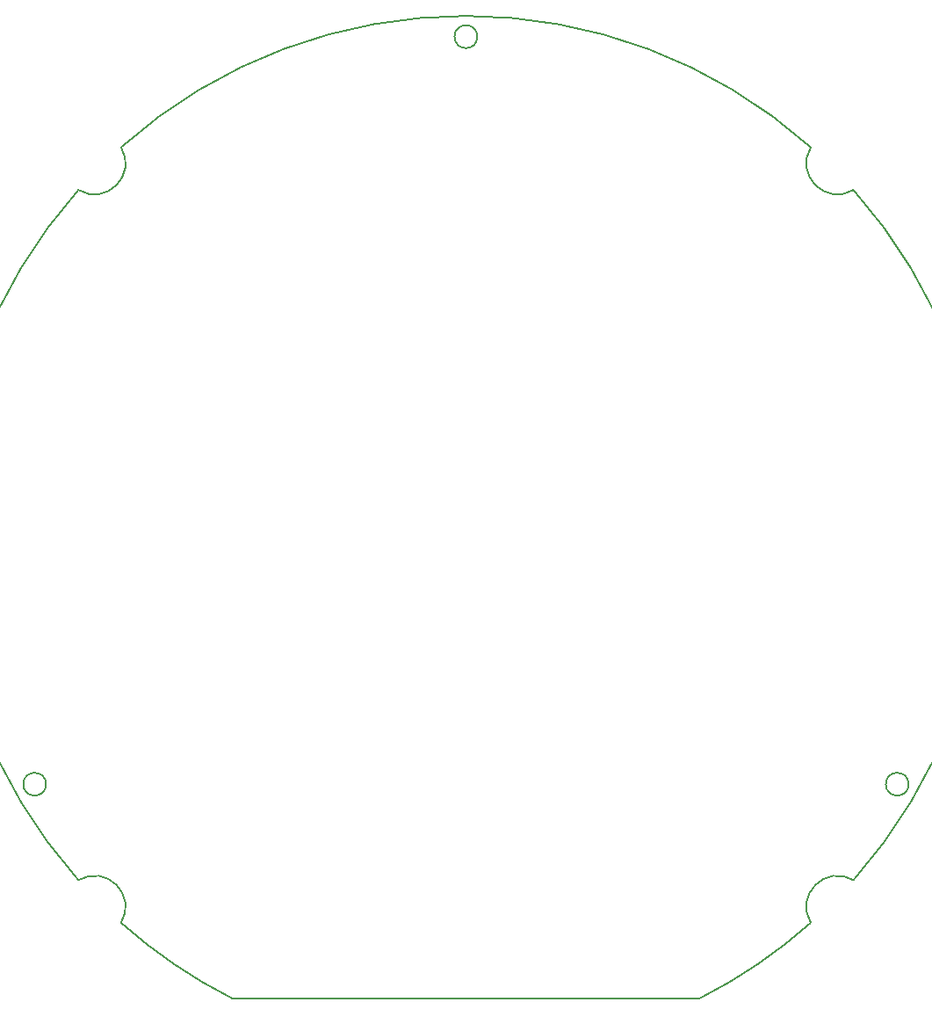
<source format=gko>
G04*
G04 #@! TF.GenerationSoftware,Altium Limited,Altium Designer,22.1.2 (22)*
G04*
G04 Layer_Color=16711935*
%FSLAX44Y44*%
%MOMM*%
G71*
G04*
G04 #@! TF.SameCoordinates,7F6DEDBC-D18B-47E0-87DD-0464843C39CA*
G04*
G04*
G04 #@! TF.FilePolarity,Positive*
G04*
G01*
G75*
%ADD19C,0.2000*%
D19*
X832679Y820576D02*
G03*
X167904Y820576I-332387J-373522D01*
G01*
X126770Y779441D02*
G03*
X167904Y820576I15372J25762D01*
G01*
X126770Y779441D02*
G03*
X126770Y114667I373522J-332387D01*
G01*
X167904Y73532D02*
G03*
X126770Y114667I-25762J15372D01*
G01*
X167904Y73532D02*
G03*
X275292Y540I332387J373522D01*
G01*
X725292D02*
G03*
X832679Y73532I-225000J446514D01*
G01*
X873813Y114667D02*
G03*
X832679Y73532I-15372J-25762D01*
G01*
X873813Y114667D02*
G03*
X873813Y779441I-373522J332387D01*
G01*
X832679Y820576D02*
G03*
X873813Y779441I25762J-15372D01*
G01*
X511292Y927054D02*
G03*
X511292Y927054I-11000J0D01*
G01*
X95599Y207054D02*
G03*
X95599Y207054I-11000J0D01*
G01*
X926984D02*
G03*
X926984Y207054I-11000J0D01*
G01*
X275292Y540D02*
X725292D01*
M02*

</source>
